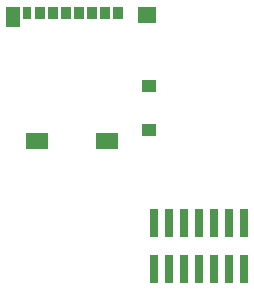
<source format=gbp>
G04 #@! TF.GenerationSoftware,KiCad,Pcbnew,7.0.5-0*
G04 #@! TF.CreationDate,2023-06-20T23:32:33+08:00*
G04 #@! TF.ProjectId,slimarm_hypericum,736c696d-6172-46d5-9f68-797065726963,rev?*
G04 #@! TF.SameCoordinates,Original*
G04 #@! TF.FileFunction,Paste,Bot*
G04 #@! TF.FilePolarity,Positive*
%FSLAX46Y46*%
G04 Gerber Fmt 4.6, Leading zero omitted, Abs format (unit mm)*
G04 Created by KiCad (PCBNEW 7.0.5-0) date 2023-06-20 23:32:33*
%MOMM*%
%LPD*%
G01*
G04 APERTURE LIST*
%ADD10R,0.740000X2.400000*%
%ADD11R,0.850000X1.100000*%
%ADD12R,0.750000X1.100000*%
%ADD13R,1.200000X1.000000*%
%ADD14R,1.550000X1.350000*%
%ADD15R,1.900000X1.350000*%
%ADD16R,1.170000X1.800000*%
G04 APERTURE END LIST*
D10*
G04 #@! TO.C,J4*
X36410000Y-100910000D03*
X36410000Y-104810000D03*
X37680000Y-100910000D03*
X37680000Y-104810000D03*
X38950000Y-100910000D03*
X38950000Y-104810000D03*
X40220000Y-100910000D03*
X40220000Y-104810000D03*
X41490000Y-100910000D03*
X41490000Y-104810000D03*
X42760000Y-100910000D03*
X42760000Y-104810000D03*
X44030000Y-100910000D03*
X44030000Y-104810000D03*
G04 #@! TD*
D11*
G04 #@! TO.C,J2*
X33360000Y-83170000D03*
X32260000Y-83170000D03*
X31160000Y-83170000D03*
X30060000Y-83170000D03*
X28960000Y-83170000D03*
X27860000Y-83170000D03*
X26760000Y-83170000D03*
D12*
X25710000Y-83170000D03*
D13*
X35995000Y-89320000D03*
X35995000Y-93020000D03*
D14*
X35820000Y-83295000D03*
D15*
X32495000Y-93995000D03*
X26525000Y-93995000D03*
D16*
X24500000Y-83520000D03*
G04 #@! TD*
M02*

</source>
